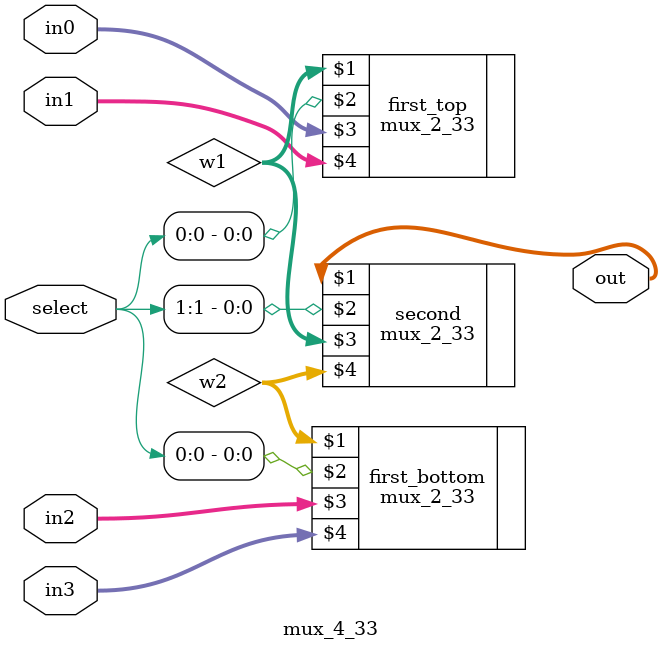
<source format=v>
module mux_4_33(out, select, in0, in1, in2, in3);
    input [1:0] select;
    input [32:0] in0, in1, in2, in3;
    output [32:0] out;
    wire [32:0] w1, w2;

    mux_2_33 first_top(w1, select[0], in0, in1);
    mux_2_33 first_bottom(w2, select[0], in2, in3);
    mux_2_33 second(out, select[1], w1, w2);

endmodule
</source>
